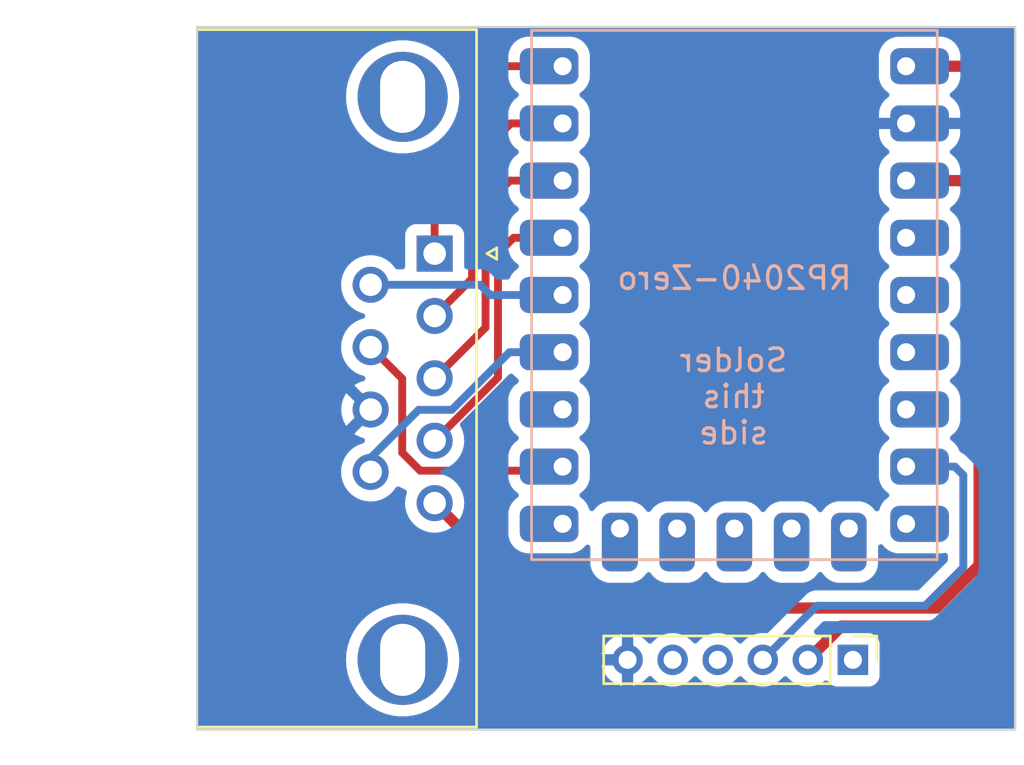
<source format=kicad_pcb>
(kicad_pcb (version 20240108) (generator "pcbnew") (generator_version "8.0")
  (layers (0 "F.Cu" signal) (31 "B.Cu" signal) (34 "B.Paste" user) (35 "F.Paste" user) (36 "B.SilkS" user "B.Silkscreen") (37 "F.SilkS" user "F.Silkscreen") (38 "B.Mask" user) (39 "F.Mask" user) (44 "Edge.Cuts" user))
  (net 0 "")
  (net 1 "/DATA")
  (net 2 "/GND")
  (net 3 "/3V3")
  (net 4 "/5V")
  (net 6 "/SMD_D1")
  (net 7 "/SMD_D4")
  (net 8 "/SMD_D3")
  (net 9 "/SMD_D2")
  (net 10 "/SMD_D5")
  (net 11 "/SMD_D0")
  (net 12 "/SMD_SELECT")
  (footprint "Connector_Dsub:DSUB-9_Male_Horizontal_P2.77x2.84mm_EdgePinOffset7.70mm_Housed_MountingHolesOffset9.12mm" (layer "F.Cu") (at 63.740331 88.960331 -90)
    (property "Reference" "J2" (hide yes))
    (property "Value" "DE9_Plug")
    (fp_line (start -9.945 10.48) (end -9.945 -1.86) (stroke (width 0.12)) (layer "F.SilkS"))
    (fp_line (start -9.945 -1.86) (end 21.025 -1.86) (stroke (width 0.12)) (layer "F.SilkS"))
    (fp_line (start 21.025 -1.86) (end 21.025 10.48) (stroke (width 0.12)) (layer "F.SilkS"))
    (fp_line (start 0 -2.321325) (end -0.25 -2.754338) (stroke (width 0.12)) (layer "F.SilkS"))
    (fp_line (start -0.25 -2.754338) (end 0.25 -2.754338) (stroke (width 0.12)) (layer "F.SilkS"))
    (fp_line (start 0.25 -2.754338) (end 0 -2.321325) (stroke (width 0.12)) (layer "F.SilkS"))
    (pad "0" thru_hole circle (at -6.96 1.42 270) (size 4 4) (drill oval 3.2 2) (layers "*.Cu" "*.Mask"))
    (pad "0" thru_hole circle (at 18.04 1.42 270) (size 4 4) (drill oval 3.2 2) (layers "*.Cu" "*.Mask"))
    (pad "1" thru_hole rect (at 0 0 270) (size 1.6 1.6) (drill 1) (layers "*.Cu" "*.Mask") (net 11 "/SMD_D0"))
    (pad "2" thru_hole circle (at 2.77 0 270) (size 1.6 1.6) (drill 1) (layers "*.Cu" "*.Mask") (net 6 "/SMD_D1"))
    (pad "3" thru_hole circle (at 5.54 0 270) (size 1.6 1.6) (drill 1) (layers "*.Cu" "*.Mask") (net 9 "/SMD_D2"))
    (pad "4" thru_hole circle (at 8.31 0 270) (size 1.6 1.6) (drill 1) (layers "*.Cu" "*.Mask") (net 8 "/SMD_D3"))
    (pad "5" thru_hole circle (at 11.08 0 270) (size 1.6 1.6) (drill 1) (layers "*.Cu" "*.Mask") (net 3 "/3V3"))
    (pad "6" thru_hole circle (at 1.385 2.84 270) (size 1.6 1.6) (drill 1) (layers "*.Cu" "*.Mask") (net 7 "/SMD_D4"))
    (pad "7" thru_hole circle (at 4.155 2.84 270) (size 1.6 1.6) (drill 1) (layers "*.Cu" "*.Mask") (net 12 "/SMD_SELECT"))
    (pad "8" thru_hole circle (at 6.925 2.84 270) (size 1.6 1.6) (drill 1) (layers "*.Cu" "*.Mask") (net 2 "/GND"))
    (pad "9" thru_hole circle (at 9.695 2.84 270) (size 1.6 1.6) (drill 1) (layers "*.Cu" "*.Mask") (net 10 "/SMD_D5"))
  )
  (footprint "Connector_PinHeader_2.00mm:PinHeader_1x06_P2.00mm_Vertical" (layer "F.Cu") (at 82.3 107 -90)
    (property "Reference" "J1" (hide yes))
    (property "Value" "Conn_01x06")
    (fp_line (start -1.06 11.06) (end 1.06 11.06) (stroke (width 0.12)) (layer "F.SilkS"))
    (fp_line (start -1.06 1) (end -1.06 11.06) (stroke (width 0.12)) (layer "F.SilkS"))
    (fp_line (start -1.06 1) (end 1.06 1) (stroke (width 0.12)) (layer "F.SilkS"))
    (fp_line (start 1.06 1) (end 1.06 11.06) (stroke (width 0.12)) (layer "F.SilkS"))
    (fp_line (start -1.06 0) (end -1.06 -1.06) (stroke (width 0.12)) (layer "F.SilkS"))
    (fp_line (start -1.06 -1.06) (end 0 -1.06) (stroke (width 0.12)) (layer "F.SilkS"))
    (pad "1" thru_hole rect (at 0 0 270) (size 1.35 1.35) (drill 0.8) (layers "*.Cu" "*.Mask"))
    (pad "2" thru_hole oval (at 0 2 270) (size 1.35 1.35) (drill 0.8) (layers "*.Cu" "*.Mask") (net 4 "/5V"))
    (pad "3" thru_hole oval (at 0 4 270) (size 1.35 1.35) (drill 0.8) (layers "*.Cu" "*.Mask") (net 1 "/DATA"))
    (pad "4" thru_hole oval (at 0 6 270) (size 1.35 1.35) (drill 0.8) (layers "*.Cu" "*.Mask"))
    (pad "5" thru_hole oval (at 0 8 270) (size 1.35 1.35) (drill 0.8) (layers "*.Cu" "*.Mask"))
    (pad "6" thru_hole oval (at 0 10 270) (size 1.35 1.35) (drill 0.8) (layers "*.Cu" "*.Mask") (net 2 "/GND"))
  )
  (footprint "RP2040-Zero:RP2040-Zero" (layer "B.Cu") (at 87.2 103.5 180)
    (property "Reference" "RZ1")
    (property "Value" "RP2040-Zero" (at 10.16 13.45 0) (layer "B.SilkS") (effects (justify mirror)))
    (fp_line (start 19.16 24.45) (end 19.16 0.95) (stroke (width 0.12)) (layer "B.SilkS"))
    (fp_line (start 19.16 0.95) (end 1.16 0.95) (stroke (width 0.12)) (layer "B.SilkS"))
    (fp_line (start 1.16 24.45) (end 19.16 24.45) (stroke (width 0.12)) (layer "B.SilkS"))
    (fp_line (start 1.16 0.95) (end 1.16 24.45) (stroke (width 0.12)) (layer "B.SilkS"))
    (pad "0" thru_hole roundrect (at 17.78 22.86 180) (size 2.6 1.6) (drill 0.8 (offset 0.6 0)) (layers "*.Cu" "*.Mask") (net 11 "/SMD_D0"))
    (pad "1" thru_hole roundrect (at 17.78 20.32 180) (size 2.6 1.6) (drill 0.8 (offset 0.6 0)) (layers "*.Cu" "*.Mask") (net 6 "/SMD_D1"))
    (pad "2" thru_hole roundrect (at 17.78 17.78 180) (size 2.6 1.6) (drill 0.8 (offset 0.6 0)) (layers "*.Cu" "*.Mask") (net 9 "/SMD_D2"))
    (pad "3" thru_hole roundrect (at 17.78 15.24 180) (size 2.6 1.6) (drill 0.8 (offset 0.6 0)) (layers "*.Cu" "*.Mask") (net 8 "/SMD_D3"))
    (pad "4" thru_hole roundrect (at 17.78 12.7 180) (size 2.6 1.6) (drill 0.8 (offset 0.6 0)) (layers "*.Cu" "*.Mask") (net 7 "/SMD_D4"))
    (pad "5" thru_hole roundrect (at 17.78 10.16 180) (size 2.6 1.6002) (drill 0.8 (offset 0.6 0)) (layers "*.Cu" "*.Mask") (net 10 "/SMD_D5"))
    (pad "6" thru_hole roundrect (at 17.78 7.62 180) (size 2.6 1.6002) (drill 0.8 (offset 0.6 0)) (layers "*.Cu" "*.Mask"))
    (pad "7" thru_hole roundrect (at 17.78 5.08 180) (size 2.6 1.6002) (drill 0.8 (offset 0.6 0)) (layers "*.Cu" "*.Mask") (net 12 "/SMD_SELECT"))
    (pad "8" thru_hole roundrect (at 17.78 2.54 180) (size 2.6 1.6002) (drill 0.8 (offset 0.6 0)) (layers "*.Cu" "*.Mask"))
    (pad "9" thru_hole roundrect (at 15.24 2.33 180) (size 1.6 2.6) (drill 0.8 (offset 0 -0.6)) (layers "*.Cu" "*.Mask"))
    (pad "10" thru_hole roundrect (at 12.7 2.33 180) (size 1.5748 2.6) (drill 0.8 (offset 0 -0.6)) (layers "*.Cu" "*.Mask"))
    (pad "11" thru_hole roundrect (at 10.16 2.33 180) (size 1.5748 2.6) (drill 0.8 (offset 0 -0.6)) (layers "*.Cu" "*.Mask"))
    (pad "12" thru_hole roundrect (at 7.62 2.33 180) (size 1.5748 2.6) (drill 0.8 (offset 0 -0.6)) (layers "*.Cu" "*.Mask"))
    (pad "13" thru_hole roundrect (at 5.08 2.33 180) (size 1.5748 2.6) (drill 0.8 (offset 0 -0.6)) (layers "*.Cu" "*.Mask"))
    (pad "14" thru_hole roundrect (at 2.54 2.54 180) (size 2.6 1.6002) (drill 0.8 (offset -0.6 0)) (layers "*.Cu" "*.Mask"))
    (pad "15" thru_hole roundrect (at 2.54 5.08 180) (size 2.6 1.6002) (drill 0.8 (offset -0.6 0)) (layers "*.Cu" "*.Mask") (net 1 "/DATA"))
    (pad "26" thru_hole roundrect (at 2.54 7.62 180) (size 2.6 1.6002) (drill 0.8 (offset -0.6 0)) (layers "*.Cu" "*.Mask"))
    (pad "27" thru_hole roundrect (at 2.54 10.16 180) (size 2.6 1.6002) (drill 0.8 (offset -0.6 0)) (layers "*.Cu" "*.Mask"))
    (pad "28" thru_hole roundrect (at 2.54 12.7 180) (size 2.6 1.6002) (drill 0.8 (offset -0.6 0)) (layers "*.Cu" "*.Mask"))
    (pad "29" thru_hole roundrect (at 2.54 15.24 180) (size 2.6 1.6002) (drill 0.8 (offset -0.6 0)) (layers "*.Cu" "*.Mask"))
    (pad "30" thru_hole roundrect (at 2.54 17.78 180) (size 2.6 1.6002) (drill 0.8 (offset -0.6 0)) (layers "*.Cu" "*.Mask") (net 3 "/3V3"))
    (pad "31" thru_hole roundrect (at 2.54 20.32 180) (size 2.6 1.6002) (drill 0.8 (offset -0.6 0)) (layers "*.Cu" "*.Mask") (net 2 "/GND"))
    (pad "32" thru_hole roundrect (at 2.54 22.86 180) (size 2.6 1.6002) (drill 0.8 (offset -0.6 0)) (layers "*.Cu" "*.Mask") (net 4 "/5V"))
  )
  (gr_rect (start 53.2 78.9) (end 89.5 110.1) (stroke (width 0.1)) (fill none) (layer "Edge.Cuts"))
  (gr_text "Solder\nthis\nside" (at 77 97.5 0) (layer "B.SilkS") (effects (font (size 1 1)) (justify bottom mirror)))
  (segment (start 87.2 102.9) (end 87.2 98.8) (width 0.35) (layer "B.Cu") (net 1))
  (segment (start 80.7 104.6) (end 85.5 104.6) (width 0.35) (layer "B.Cu") (net 1))
  (segment (start 85.5 104.6) (end 87.2 102.9) (width 0.35) (layer "B.Cu") (net 1))
  (segment (start 78.3 107) (end 80.7 104.6) (width 0.35) (layer "B.Cu") (net 1))
  (segment (start 86.82 98.42) (end 84.66 98.42) (width 0.35) (layer "B.Cu") (net 1))
  (segment (start 87.2 98.8) (end 86.82 98.42) (width 0.35) (layer "B.Cu") (net 1))
  (segment (start 87.9 102.8) (end 87.9 86.5) (width 0.5) (layer "F.Cu") (net 3))
  (segment (start 68.4 104.7) (end 86 104.7) (width 0.5) (layer "F.Cu") (net 3))
  (segment (start 87.12 85.72) (end 84.66 85.72) (width 0.5) (layer "F.Cu") (net 3))
  (segment (start 86 104.7) (end 87.9 102.8) (width 0.5) (layer "F.Cu") (net 3))
  (segment (start 63.740331 100.040331) (end 68.4 104.7) (width 0.5) (layer "F.Cu") (net 3))
  (segment (start 87.9 86.5) (end 87.12 85.72) (width 0.5) (layer "F.Cu") (net 3))
  (segment (start 87.34 80.64) (end 84.66 80.64) (width 0.5) (layer "F.Cu") (net 4))
  (segment (start 88.7 82) (end 87.34 80.64) (width 0.5) (layer "F.Cu") (net 4))
  (segment (start 80.3 107) (end 81.8 105.5) (width 0.5) (layer "F.Cu") (net 4))
  (segment (start 81.8 105.5) (end 86.35 105.5) (width 0.5) (layer "F.Cu") (net 4))
  (segment (start 88.7 103.15) (end 88.7 82) (width 0.5) (layer "F.Cu") (net 4))
  (segment (start 86.35 105.5) (end 88.7 103.15) (width 0.5) (layer "F.Cu") (net 4))
  (segment (start 65.4 84.9) (end 67.12 83.18) (width 0.35) (layer "F.Cu") (net 6))
  (segment (start 65.4 90.070662) (end 65.4 84.9) (width 0.35) (layer "F.Cu") (net 6))
  (segment (start 63.740331 91.730331) (end 65.4 90.070662) (width 0.35) (layer "F.Cu") (net 6))
  (segment (start 67.12 83.18) (end 69.42 83.18) (width 0.35) (layer "F.Cu") (net 6))
  (segment (start 66.21 90.8) (end 69.42 90.8) (width 0.35) (layer "B.Cu") (net 7))
  (segment (start 65.755331 90.345331) (end 66.21 90.8) (width 0.35) (layer "B.Cu") (net 7))
  (segment (start 60.900331 90.345331) (end 65.755331 90.345331) (width 0.35) (layer "B.Cu") (net 7))
  (segment (start 63.740331 97.270331) (end 66.55 94.460662) (width 0.35) (layer "F.Cu") (net 8))
  (segment (start 66.55 94.460662) (end 66.55 88.95) (width 0.35) (layer "F.Cu") (net 8))
  (segment (start 67.24 88.26) (end 69.42 88.26) (width 0.35) (layer "F.Cu") (net 8))
  (segment (start 66.55 88.95) (end 67.24 88.26) (width 0.35) (layer "F.Cu") (net 8))
  (segment (start 67.08 85.72) (end 69.42 85.72) (width 0.35) (layer "F.Cu") (net 9))
  (segment (start 63.740331 94.500331) (end 66 92.240662) (width 0.35) (layer "F.Cu") (net 9))
  (segment (start 66 92.240662) (end 66 86.8) (width 0.35) (layer "F.Cu") (net 9))
  (segment (start 66 86.8) (end 67.08 85.72) (width 0.35) (layer "F.Cu") (net 9))
  (segment (start 60.900331 98.655331) (end 60.900331 98.02863) (width 0.35) (layer "B.Cu") (net 10))
  (segment (start 60.900331 98.02863) (end 63.028961 95.9) (width 0.35) (layer "B.Cu") (net 10))
  (segment (start 67.06 93.34) (end 69.42 93.34) (width 0.35) (layer "B.Cu") (net 10))
  (segment (start 64.5 95.9) (end 67.06 93.34) (width 0.35) (layer "B.Cu") (net 10))
  (segment (start 63.028961 95.9) (end 64.5 95.9) (width 0.35) (layer "B.Cu") (net 10))
  (segment (start 66.76 80.64) (end 69.42 80.64) (width 0.35) (layer "F.Cu") (net 11))
  (segment (start 65.4 82) (end 66.76 80.64) (width 0.35) (layer "F.Cu") (net 11))
  (segment (start 65.4 83.3) (end 65.4 82) (width 0.35) (layer "F.Cu") (net 11))
  (segment (start 63.740331 84.959669) (end 65.4 83.3) (width 0.35) (layer "F.Cu") (net 11))
  (segment (start 63.740331 88.960331) (end 63.740331 84.959669) (width 0.35) (layer "F.Cu") (net 11))
  (segment (start 69.24 98.6) (end 69.42 98.42) (width 0.35) (layer "F.Cu") (net 12))
  (segment (start 62.3 97.8) (end 63.1 98.6) (width 0.35) (layer "F.Cu") (net 12))
  (segment (start 63.1 98.6) (end 69.24 98.6) (width 0.35) (layer "F.Cu") (net 12))
  (segment (start 62.3 94.515) (end 62.3 97.8) (width 0.35) (layer "F.Cu") (net 12))
  (segment (start 60.900331 93.115331) (end 62.3 94.515) (width 0.35) (layer "F.Cu") (net 12))
  (zone (net 2) (net_name "/GND") (layer "B.Cu") (connect_pads (clearance 0.508)) (min_thickness 0.25) (fill yes (thermal_gap 0.5) (thermal_bridge_width 0.5))
    (polygon (pts (xy 89.9 77.7) (xy 89.9 111.6) (xy 52.7 111.6) (xy 52.7 77.7)))
  )
  (zone (net 0) (net_name "") (layer "B.Cu") (connect_pads (clearance 0)) (min_thickness 0.25)
    (keepout (tracks allowed) (vias allowed) (pads allowed) (copperpour not_allowed) (footprints allowed))
    (fill (thermal_gap 0.5) (thermal_bridge_width 0.5))
    (polygon (pts (xy 60.9 90.4) (xy 63.8 89) (xy 63.8 100.1) (xy 60.9 98.7)))
  )
)
</source>
